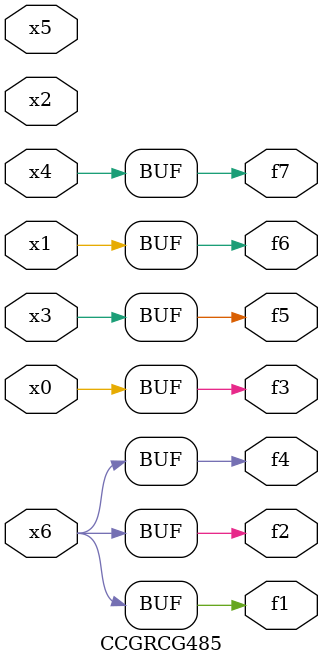
<source format=v>
module CCGRCG485(
	input x0, x1, x2, x3, x4, x5, x6,
	output f1, f2, f3, f4, f5, f6, f7
);
	assign f1 = x6;
	assign f2 = x6;
	assign f3 = x0;
	assign f4 = x6;
	assign f5 = x3;
	assign f6 = x1;
	assign f7 = x4;
endmodule

</source>
